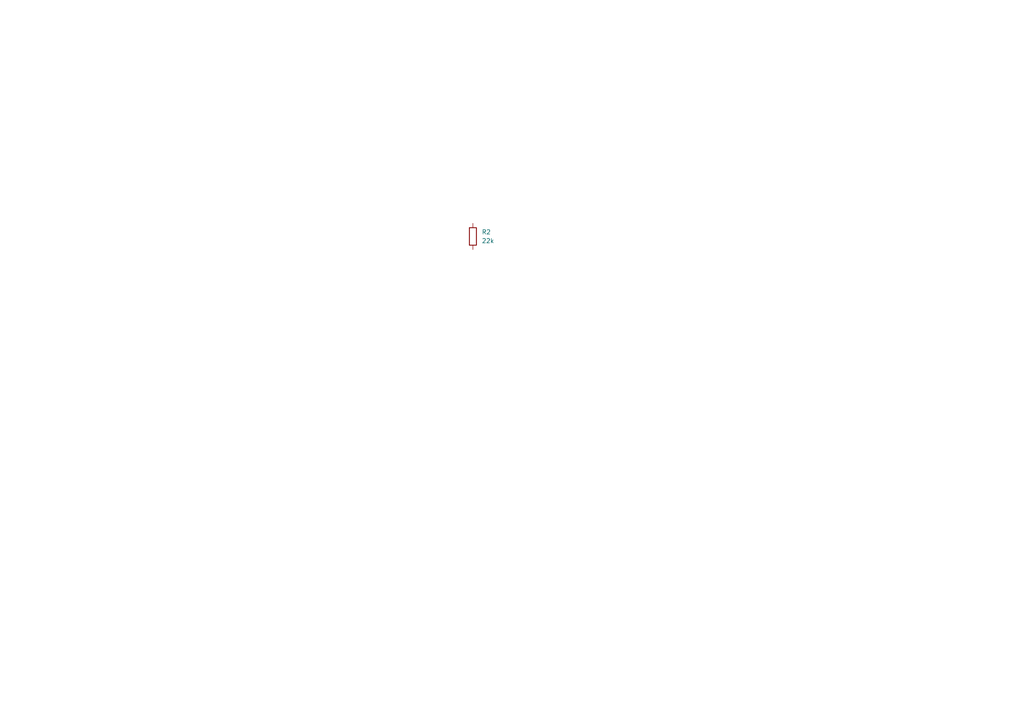
<source format=kicad_sch>
(kicad_sch (version 20250114) (generator "eeschema") (generator_version "9.0")
  (paper "A4")
  (lib_symbols
    (symbol "Device:R" (pin_numbers (hide yes)) (pin_names (offset 0))
      (property "Reference" "R" (at 2.032 0 90))
      (property "Value" "R" (at 0 0 90))
      (symbol "R_0_1"
        (rectangle (start -1.016 -2.54) (end 1.016 2.54) (stroke (width 0.254)))
      )
      (symbol "R_1_1"
        (pin passive line (at 0 3.81 270) (length 1.27) (name "~") (number "1"))
        (pin passive line (at 0 -3.81 90) (length 1.27) (name "~") (number "2"))
      )
    )
  )
  (symbol (lib_id "Device:R") (at 137.16 68.58 0) (unit 1)
    (property "Reference" "R2" (at 139.7 67.3099 0) (effects (justify left)))
    (property "Value" "22k" (at 139.7 69.8599 0) (effects (justify left)))
    (property "Footprint" "Resistor_SMD:R_0603_1608Metric" (effects (hide yes)))
    (property "Description" "Resistor" (effects (hide yes)))
  )
)
</source>
